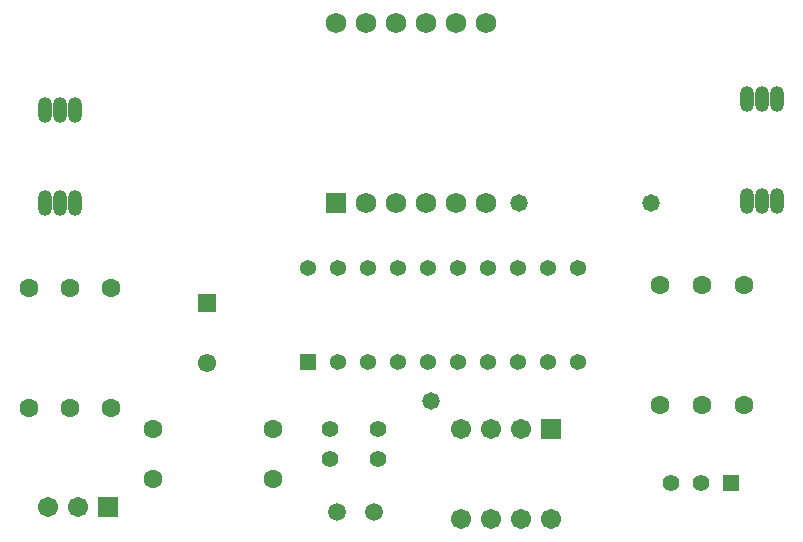
<source format=gts>
G04 Layer_Color=8388736*
%FSLAX25Y25*%
%MOIN*%
G70*
G01*
G75*
%ADD33C,0.06800*%
%ADD34R,0.06800X0.06800*%
%ADD35C,0.05524*%
%ADD36R,0.05524X0.05524*%
%ADD37R,0.05363X0.05363*%
%ADD38C,0.05363*%
%ADD39O,0.04737X0.08674*%
%ADD40O,0.04737X0.08674*%
%ADD41C,0.06312*%
%ADD42R,0.06115X0.06115*%
%ADD43C,0.06115*%
%ADD44R,0.06706X0.06706*%
%ADD45C,0.06706*%
%ADD46C,0.05918*%
%ADD47C,0.06706*%
%ADD48R,0.06706X0.06706*%
%ADD49C,0.05800*%
D33*
X-22500Y83000D02*
D03*
X-12500D02*
D03*
X-2500D02*
D03*
X7500D02*
D03*
X17500D02*
D03*
X27500D02*
D03*
Y23000D02*
D03*
X17500D02*
D03*
X7500D02*
D03*
X-2500D02*
D03*
X-12500D02*
D03*
D34*
X-22500D02*
D03*
D35*
X89000Y-70500D02*
D03*
X99000D02*
D03*
X-24500Y-52500D02*
D03*
Y-62500D02*
D03*
X-8500Y-52500D02*
D03*
Y-62500D02*
D03*
D36*
X109000Y-70500D02*
D03*
D37*
X-32000Y-30126D02*
D03*
D38*
X-22000D02*
D03*
X-12000D02*
D03*
X-2000D02*
D03*
X8000D02*
D03*
X18000D02*
D03*
X28000D02*
D03*
X38000D02*
D03*
X48000D02*
D03*
X58000D02*
D03*
Y1126D02*
D03*
X48000D02*
D03*
X38000D02*
D03*
X28000D02*
D03*
X18000D02*
D03*
X8000D02*
D03*
X-2000D02*
D03*
X-12000D02*
D03*
X-22000D02*
D03*
X-32000D02*
D03*
D39*
X-109500Y54000D02*
D03*
Y23000D02*
D03*
X124500Y57500D02*
D03*
Y23500D02*
D03*
D40*
X-114500Y54000D02*
D03*
X-119500D02*
D03*
X-114500Y23000D02*
D03*
X-119500D02*
D03*
X119500Y57500D02*
D03*
X114500D02*
D03*
X119500Y23500D02*
D03*
X114500D02*
D03*
D41*
X-125000Y-5500D02*
D03*
Y-45500D02*
D03*
X-111250Y-5500D02*
D03*
Y-45500D02*
D03*
X-97500Y-5500D02*
D03*
Y-45500D02*
D03*
X85500Y-4500D02*
D03*
Y-44500D02*
D03*
X99500Y-4500D02*
D03*
Y-44500D02*
D03*
X113500Y-4500D02*
D03*
Y-44500D02*
D03*
X-43500Y-69000D02*
D03*
X-83500D02*
D03*
Y-52500D02*
D03*
X-43500D02*
D03*
D42*
X-65500Y-10657D02*
D03*
D43*
Y-30343D02*
D03*
D44*
X49000Y-52500D02*
D03*
D45*
X39000D02*
D03*
X29000D02*
D03*
X19000D02*
D03*
X49000Y-82500D02*
D03*
X39000D02*
D03*
X29000D02*
D03*
X19000D02*
D03*
D46*
X-22102Y-80000D02*
D03*
X-9898D02*
D03*
D47*
X-118500Y-78500D02*
D03*
X-108500D02*
D03*
D48*
X-98500D02*
D03*
D49*
X82500Y23000D02*
D03*
X38500D02*
D03*
X9000Y-43000D02*
D03*
M02*

</source>
